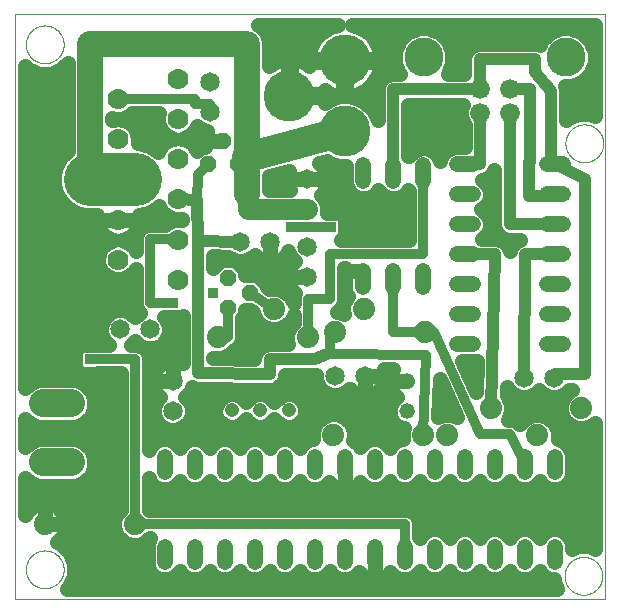
<source format=gbl>
G75*
%MOIN*%
%OFA0B0*%
%FSLAX25Y25*%
%IPPOS*%
%LPD*%
%AMOC8*
5,1,8,0,0,1.08239X$1,22.5*
%
%ADD10C,0.00000*%
%ADD11C,0.06500*%
%ADD12C,0.07000*%
%ADD13C,0.06600*%
%ADD14C,0.13000*%
%ADD15C,0.04756*%
%ADD16C,0.07400*%
%ADD17C,0.05200*%
%ADD18C,0.17000*%
%ADD19C,0.09370*%
%ADD20C,0.05200*%
%ADD21OC8,0.05200*%
%ADD22C,0.03200*%
%ADD23C,0.05000*%
%ADD24R,0.03562X0.03562*%
%ADD25C,0.04000*%
%ADD26C,0.08600*%
%ADD27C,0.10000*%
%ADD28C,0.17717*%
%ADD29C,0.07000*%
D10*
X0243500Y0183500D02*
X0243500Y0378461D01*
X0440350Y0378461D01*
X0440350Y0183500D01*
X0243500Y0183500D01*
X0247201Y0193500D02*
X0247203Y0193658D01*
X0247209Y0193816D01*
X0247219Y0193974D01*
X0247233Y0194132D01*
X0247251Y0194289D01*
X0247272Y0194446D01*
X0247298Y0194602D01*
X0247328Y0194758D01*
X0247361Y0194913D01*
X0247399Y0195066D01*
X0247440Y0195219D01*
X0247485Y0195371D01*
X0247534Y0195522D01*
X0247587Y0195671D01*
X0247643Y0195819D01*
X0247703Y0195965D01*
X0247767Y0196110D01*
X0247835Y0196253D01*
X0247906Y0196395D01*
X0247980Y0196535D01*
X0248058Y0196672D01*
X0248140Y0196808D01*
X0248224Y0196942D01*
X0248313Y0197073D01*
X0248404Y0197202D01*
X0248499Y0197329D01*
X0248596Y0197454D01*
X0248697Y0197576D01*
X0248801Y0197695D01*
X0248908Y0197812D01*
X0249018Y0197926D01*
X0249131Y0198037D01*
X0249246Y0198146D01*
X0249364Y0198251D01*
X0249485Y0198353D01*
X0249608Y0198453D01*
X0249734Y0198549D01*
X0249862Y0198642D01*
X0249992Y0198732D01*
X0250125Y0198818D01*
X0250260Y0198902D01*
X0250396Y0198981D01*
X0250535Y0199058D01*
X0250676Y0199130D01*
X0250818Y0199200D01*
X0250962Y0199265D01*
X0251108Y0199327D01*
X0251255Y0199385D01*
X0251404Y0199440D01*
X0251554Y0199491D01*
X0251705Y0199538D01*
X0251857Y0199581D01*
X0252010Y0199620D01*
X0252165Y0199656D01*
X0252320Y0199687D01*
X0252476Y0199715D01*
X0252632Y0199739D01*
X0252789Y0199759D01*
X0252947Y0199775D01*
X0253104Y0199787D01*
X0253263Y0199795D01*
X0253421Y0199799D01*
X0253579Y0199799D01*
X0253737Y0199795D01*
X0253896Y0199787D01*
X0254053Y0199775D01*
X0254211Y0199759D01*
X0254368Y0199739D01*
X0254524Y0199715D01*
X0254680Y0199687D01*
X0254835Y0199656D01*
X0254990Y0199620D01*
X0255143Y0199581D01*
X0255295Y0199538D01*
X0255446Y0199491D01*
X0255596Y0199440D01*
X0255745Y0199385D01*
X0255892Y0199327D01*
X0256038Y0199265D01*
X0256182Y0199200D01*
X0256324Y0199130D01*
X0256465Y0199058D01*
X0256604Y0198981D01*
X0256740Y0198902D01*
X0256875Y0198818D01*
X0257008Y0198732D01*
X0257138Y0198642D01*
X0257266Y0198549D01*
X0257392Y0198453D01*
X0257515Y0198353D01*
X0257636Y0198251D01*
X0257754Y0198146D01*
X0257869Y0198037D01*
X0257982Y0197926D01*
X0258092Y0197812D01*
X0258199Y0197695D01*
X0258303Y0197576D01*
X0258404Y0197454D01*
X0258501Y0197329D01*
X0258596Y0197202D01*
X0258687Y0197073D01*
X0258776Y0196942D01*
X0258860Y0196808D01*
X0258942Y0196672D01*
X0259020Y0196535D01*
X0259094Y0196395D01*
X0259165Y0196253D01*
X0259233Y0196110D01*
X0259297Y0195965D01*
X0259357Y0195819D01*
X0259413Y0195671D01*
X0259466Y0195522D01*
X0259515Y0195371D01*
X0259560Y0195219D01*
X0259601Y0195066D01*
X0259639Y0194913D01*
X0259672Y0194758D01*
X0259702Y0194602D01*
X0259728Y0194446D01*
X0259749Y0194289D01*
X0259767Y0194132D01*
X0259781Y0193974D01*
X0259791Y0193816D01*
X0259797Y0193658D01*
X0259799Y0193500D01*
X0259797Y0193342D01*
X0259791Y0193184D01*
X0259781Y0193026D01*
X0259767Y0192868D01*
X0259749Y0192711D01*
X0259728Y0192554D01*
X0259702Y0192398D01*
X0259672Y0192242D01*
X0259639Y0192087D01*
X0259601Y0191934D01*
X0259560Y0191781D01*
X0259515Y0191629D01*
X0259466Y0191478D01*
X0259413Y0191329D01*
X0259357Y0191181D01*
X0259297Y0191035D01*
X0259233Y0190890D01*
X0259165Y0190747D01*
X0259094Y0190605D01*
X0259020Y0190465D01*
X0258942Y0190328D01*
X0258860Y0190192D01*
X0258776Y0190058D01*
X0258687Y0189927D01*
X0258596Y0189798D01*
X0258501Y0189671D01*
X0258404Y0189546D01*
X0258303Y0189424D01*
X0258199Y0189305D01*
X0258092Y0189188D01*
X0257982Y0189074D01*
X0257869Y0188963D01*
X0257754Y0188854D01*
X0257636Y0188749D01*
X0257515Y0188647D01*
X0257392Y0188547D01*
X0257266Y0188451D01*
X0257138Y0188358D01*
X0257008Y0188268D01*
X0256875Y0188182D01*
X0256740Y0188098D01*
X0256604Y0188019D01*
X0256465Y0187942D01*
X0256324Y0187870D01*
X0256182Y0187800D01*
X0256038Y0187735D01*
X0255892Y0187673D01*
X0255745Y0187615D01*
X0255596Y0187560D01*
X0255446Y0187509D01*
X0255295Y0187462D01*
X0255143Y0187419D01*
X0254990Y0187380D01*
X0254835Y0187344D01*
X0254680Y0187313D01*
X0254524Y0187285D01*
X0254368Y0187261D01*
X0254211Y0187241D01*
X0254053Y0187225D01*
X0253896Y0187213D01*
X0253737Y0187205D01*
X0253579Y0187201D01*
X0253421Y0187201D01*
X0253263Y0187205D01*
X0253104Y0187213D01*
X0252947Y0187225D01*
X0252789Y0187241D01*
X0252632Y0187261D01*
X0252476Y0187285D01*
X0252320Y0187313D01*
X0252165Y0187344D01*
X0252010Y0187380D01*
X0251857Y0187419D01*
X0251705Y0187462D01*
X0251554Y0187509D01*
X0251404Y0187560D01*
X0251255Y0187615D01*
X0251108Y0187673D01*
X0250962Y0187735D01*
X0250818Y0187800D01*
X0250676Y0187870D01*
X0250535Y0187942D01*
X0250396Y0188019D01*
X0250260Y0188098D01*
X0250125Y0188182D01*
X0249992Y0188268D01*
X0249862Y0188358D01*
X0249734Y0188451D01*
X0249608Y0188547D01*
X0249485Y0188647D01*
X0249364Y0188749D01*
X0249246Y0188854D01*
X0249131Y0188963D01*
X0249018Y0189074D01*
X0248908Y0189188D01*
X0248801Y0189305D01*
X0248697Y0189424D01*
X0248596Y0189546D01*
X0248499Y0189671D01*
X0248404Y0189798D01*
X0248313Y0189927D01*
X0248224Y0190058D01*
X0248140Y0190192D01*
X0248058Y0190328D01*
X0247980Y0190465D01*
X0247906Y0190605D01*
X0247835Y0190747D01*
X0247767Y0190890D01*
X0247703Y0191035D01*
X0247643Y0191181D01*
X0247587Y0191329D01*
X0247534Y0191478D01*
X0247485Y0191629D01*
X0247440Y0191781D01*
X0247399Y0191934D01*
X0247361Y0192087D01*
X0247328Y0192242D01*
X0247298Y0192398D01*
X0247272Y0192554D01*
X0247251Y0192711D01*
X0247233Y0192868D01*
X0247219Y0193026D01*
X0247209Y0193184D01*
X0247203Y0193342D01*
X0247201Y0193500D01*
X0426754Y0191345D02*
X0426756Y0191503D01*
X0426762Y0191661D01*
X0426772Y0191819D01*
X0426786Y0191977D01*
X0426804Y0192134D01*
X0426825Y0192291D01*
X0426851Y0192447D01*
X0426881Y0192603D01*
X0426914Y0192758D01*
X0426952Y0192911D01*
X0426993Y0193064D01*
X0427038Y0193216D01*
X0427087Y0193367D01*
X0427140Y0193516D01*
X0427196Y0193664D01*
X0427256Y0193810D01*
X0427320Y0193955D01*
X0427388Y0194098D01*
X0427459Y0194240D01*
X0427533Y0194380D01*
X0427611Y0194517D01*
X0427693Y0194653D01*
X0427777Y0194787D01*
X0427866Y0194918D01*
X0427957Y0195047D01*
X0428052Y0195174D01*
X0428149Y0195299D01*
X0428250Y0195421D01*
X0428354Y0195540D01*
X0428461Y0195657D01*
X0428571Y0195771D01*
X0428684Y0195882D01*
X0428799Y0195991D01*
X0428917Y0196096D01*
X0429038Y0196198D01*
X0429161Y0196298D01*
X0429287Y0196394D01*
X0429415Y0196487D01*
X0429545Y0196577D01*
X0429678Y0196663D01*
X0429813Y0196747D01*
X0429949Y0196826D01*
X0430088Y0196903D01*
X0430229Y0196975D01*
X0430371Y0197045D01*
X0430515Y0197110D01*
X0430661Y0197172D01*
X0430808Y0197230D01*
X0430957Y0197285D01*
X0431107Y0197336D01*
X0431258Y0197383D01*
X0431410Y0197426D01*
X0431563Y0197465D01*
X0431718Y0197501D01*
X0431873Y0197532D01*
X0432029Y0197560D01*
X0432185Y0197584D01*
X0432342Y0197604D01*
X0432500Y0197620D01*
X0432657Y0197632D01*
X0432816Y0197640D01*
X0432974Y0197644D01*
X0433132Y0197644D01*
X0433290Y0197640D01*
X0433449Y0197632D01*
X0433606Y0197620D01*
X0433764Y0197604D01*
X0433921Y0197584D01*
X0434077Y0197560D01*
X0434233Y0197532D01*
X0434388Y0197501D01*
X0434543Y0197465D01*
X0434696Y0197426D01*
X0434848Y0197383D01*
X0434999Y0197336D01*
X0435149Y0197285D01*
X0435298Y0197230D01*
X0435445Y0197172D01*
X0435591Y0197110D01*
X0435735Y0197045D01*
X0435877Y0196975D01*
X0436018Y0196903D01*
X0436157Y0196826D01*
X0436293Y0196747D01*
X0436428Y0196663D01*
X0436561Y0196577D01*
X0436691Y0196487D01*
X0436819Y0196394D01*
X0436945Y0196298D01*
X0437068Y0196198D01*
X0437189Y0196096D01*
X0437307Y0195991D01*
X0437422Y0195882D01*
X0437535Y0195771D01*
X0437645Y0195657D01*
X0437752Y0195540D01*
X0437856Y0195421D01*
X0437957Y0195299D01*
X0438054Y0195174D01*
X0438149Y0195047D01*
X0438240Y0194918D01*
X0438329Y0194787D01*
X0438413Y0194653D01*
X0438495Y0194517D01*
X0438573Y0194380D01*
X0438647Y0194240D01*
X0438718Y0194098D01*
X0438786Y0193955D01*
X0438850Y0193810D01*
X0438910Y0193664D01*
X0438966Y0193516D01*
X0439019Y0193367D01*
X0439068Y0193216D01*
X0439113Y0193064D01*
X0439154Y0192911D01*
X0439192Y0192758D01*
X0439225Y0192603D01*
X0439255Y0192447D01*
X0439281Y0192291D01*
X0439302Y0192134D01*
X0439320Y0191977D01*
X0439334Y0191819D01*
X0439344Y0191661D01*
X0439350Y0191503D01*
X0439352Y0191345D01*
X0439350Y0191187D01*
X0439344Y0191029D01*
X0439334Y0190871D01*
X0439320Y0190713D01*
X0439302Y0190556D01*
X0439281Y0190399D01*
X0439255Y0190243D01*
X0439225Y0190087D01*
X0439192Y0189932D01*
X0439154Y0189779D01*
X0439113Y0189626D01*
X0439068Y0189474D01*
X0439019Y0189323D01*
X0438966Y0189174D01*
X0438910Y0189026D01*
X0438850Y0188880D01*
X0438786Y0188735D01*
X0438718Y0188592D01*
X0438647Y0188450D01*
X0438573Y0188310D01*
X0438495Y0188173D01*
X0438413Y0188037D01*
X0438329Y0187903D01*
X0438240Y0187772D01*
X0438149Y0187643D01*
X0438054Y0187516D01*
X0437957Y0187391D01*
X0437856Y0187269D01*
X0437752Y0187150D01*
X0437645Y0187033D01*
X0437535Y0186919D01*
X0437422Y0186808D01*
X0437307Y0186699D01*
X0437189Y0186594D01*
X0437068Y0186492D01*
X0436945Y0186392D01*
X0436819Y0186296D01*
X0436691Y0186203D01*
X0436561Y0186113D01*
X0436428Y0186027D01*
X0436293Y0185943D01*
X0436157Y0185864D01*
X0436018Y0185787D01*
X0435877Y0185715D01*
X0435735Y0185645D01*
X0435591Y0185580D01*
X0435445Y0185518D01*
X0435298Y0185460D01*
X0435149Y0185405D01*
X0434999Y0185354D01*
X0434848Y0185307D01*
X0434696Y0185264D01*
X0434543Y0185225D01*
X0434388Y0185189D01*
X0434233Y0185158D01*
X0434077Y0185130D01*
X0433921Y0185106D01*
X0433764Y0185086D01*
X0433606Y0185070D01*
X0433449Y0185058D01*
X0433290Y0185050D01*
X0433132Y0185046D01*
X0432974Y0185046D01*
X0432816Y0185050D01*
X0432657Y0185058D01*
X0432500Y0185070D01*
X0432342Y0185086D01*
X0432185Y0185106D01*
X0432029Y0185130D01*
X0431873Y0185158D01*
X0431718Y0185189D01*
X0431563Y0185225D01*
X0431410Y0185264D01*
X0431258Y0185307D01*
X0431107Y0185354D01*
X0430957Y0185405D01*
X0430808Y0185460D01*
X0430661Y0185518D01*
X0430515Y0185580D01*
X0430371Y0185645D01*
X0430229Y0185715D01*
X0430088Y0185787D01*
X0429949Y0185864D01*
X0429813Y0185943D01*
X0429678Y0186027D01*
X0429545Y0186113D01*
X0429415Y0186203D01*
X0429287Y0186296D01*
X0429161Y0186392D01*
X0429038Y0186492D01*
X0428917Y0186594D01*
X0428799Y0186699D01*
X0428684Y0186808D01*
X0428571Y0186919D01*
X0428461Y0187033D01*
X0428354Y0187150D01*
X0428250Y0187269D01*
X0428149Y0187391D01*
X0428052Y0187516D01*
X0427957Y0187643D01*
X0427866Y0187772D01*
X0427777Y0187903D01*
X0427693Y0188037D01*
X0427611Y0188173D01*
X0427533Y0188310D01*
X0427459Y0188450D01*
X0427388Y0188592D01*
X0427320Y0188735D01*
X0427256Y0188880D01*
X0427196Y0189026D01*
X0427140Y0189174D01*
X0427087Y0189323D01*
X0427038Y0189474D01*
X0426993Y0189626D01*
X0426952Y0189779D01*
X0426914Y0189932D01*
X0426881Y0190087D01*
X0426851Y0190243D01*
X0426825Y0190399D01*
X0426804Y0190556D01*
X0426786Y0190713D01*
X0426772Y0190871D01*
X0426762Y0191029D01*
X0426756Y0191187D01*
X0426754Y0191345D01*
X0427058Y0335517D02*
X0427060Y0335675D01*
X0427066Y0335833D01*
X0427076Y0335991D01*
X0427090Y0336149D01*
X0427108Y0336306D01*
X0427129Y0336463D01*
X0427155Y0336619D01*
X0427185Y0336775D01*
X0427218Y0336930D01*
X0427256Y0337083D01*
X0427297Y0337236D01*
X0427342Y0337388D01*
X0427391Y0337539D01*
X0427444Y0337688D01*
X0427500Y0337836D01*
X0427560Y0337982D01*
X0427624Y0338127D01*
X0427692Y0338270D01*
X0427763Y0338412D01*
X0427837Y0338552D01*
X0427915Y0338689D01*
X0427997Y0338825D01*
X0428081Y0338959D01*
X0428170Y0339090D01*
X0428261Y0339219D01*
X0428356Y0339346D01*
X0428453Y0339471D01*
X0428554Y0339593D01*
X0428658Y0339712D01*
X0428765Y0339829D01*
X0428875Y0339943D01*
X0428988Y0340054D01*
X0429103Y0340163D01*
X0429221Y0340268D01*
X0429342Y0340370D01*
X0429465Y0340470D01*
X0429591Y0340566D01*
X0429719Y0340659D01*
X0429849Y0340749D01*
X0429982Y0340835D01*
X0430117Y0340919D01*
X0430253Y0340998D01*
X0430392Y0341075D01*
X0430533Y0341147D01*
X0430675Y0341217D01*
X0430819Y0341282D01*
X0430965Y0341344D01*
X0431112Y0341402D01*
X0431261Y0341457D01*
X0431411Y0341508D01*
X0431562Y0341555D01*
X0431714Y0341598D01*
X0431867Y0341637D01*
X0432022Y0341673D01*
X0432177Y0341704D01*
X0432333Y0341732D01*
X0432489Y0341756D01*
X0432646Y0341776D01*
X0432804Y0341792D01*
X0432961Y0341804D01*
X0433120Y0341812D01*
X0433278Y0341816D01*
X0433436Y0341816D01*
X0433594Y0341812D01*
X0433753Y0341804D01*
X0433910Y0341792D01*
X0434068Y0341776D01*
X0434225Y0341756D01*
X0434381Y0341732D01*
X0434537Y0341704D01*
X0434692Y0341673D01*
X0434847Y0341637D01*
X0435000Y0341598D01*
X0435152Y0341555D01*
X0435303Y0341508D01*
X0435453Y0341457D01*
X0435602Y0341402D01*
X0435749Y0341344D01*
X0435895Y0341282D01*
X0436039Y0341217D01*
X0436181Y0341147D01*
X0436322Y0341075D01*
X0436461Y0340998D01*
X0436597Y0340919D01*
X0436732Y0340835D01*
X0436865Y0340749D01*
X0436995Y0340659D01*
X0437123Y0340566D01*
X0437249Y0340470D01*
X0437372Y0340370D01*
X0437493Y0340268D01*
X0437611Y0340163D01*
X0437726Y0340054D01*
X0437839Y0339943D01*
X0437949Y0339829D01*
X0438056Y0339712D01*
X0438160Y0339593D01*
X0438261Y0339471D01*
X0438358Y0339346D01*
X0438453Y0339219D01*
X0438544Y0339090D01*
X0438633Y0338959D01*
X0438717Y0338825D01*
X0438799Y0338689D01*
X0438877Y0338552D01*
X0438951Y0338412D01*
X0439022Y0338270D01*
X0439090Y0338127D01*
X0439154Y0337982D01*
X0439214Y0337836D01*
X0439270Y0337688D01*
X0439323Y0337539D01*
X0439372Y0337388D01*
X0439417Y0337236D01*
X0439458Y0337083D01*
X0439496Y0336930D01*
X0439529Y0336775D01*
X0439559Y0336619D01*
X0439585Y0336463D01*
X0439606Y0336306D01*
X0439624Y0336149D01*
X0439638Y0335991D01*
X0439648Y0335833D01*
X0439654Y0335675D01*
X0439656Y0335517D01*
X0439654Y0335359D01*
X0439648Y0335201D01*
X0439638Y0335043D01*
X0439624Y0334885D01*
X0439606Y0334728D01*
X0439585Y0334571D01*
X0439559Y0334415D01*
X0439529Y0334259D01*
X0439496Y0334104D01*
X0439458Y0333951D01*
X0439417Y0333798D01*
X0439372Y0333646D01*
X0439323Y0333495D01*
X0439270Y0333346D01*
X0439214Y0333198D01*
X0439154Y0333052D01*
X0439090Y0332907D01*
X0439022Y0332764D01*
X0438951Y0332622D01*
X0438877Y0332482D01*
X0438799Y0332345D01*
X0438717Y0332209D01*
X0438633Y0332075D01*
X0438544Y0331944D01*
X0438453Y0331815D01*
X0438358Y0331688D01*
X0438261Y0331563D01*
X0438160Y0331441D01*
X0438056Y0331322D01*
X0437949Y0331205D01*
X0437839Y0331091D01*
X0437726Y0330980D01*
X0437611Y0330871D01*
X0437493Y0330766D01*
X0437372Y0330664D01*
X0437249Y0330564D01*
X0437123Y0330468D01*
X0436995Y0330375D01*
X0436865Y0330285D01*
X0436732Y0330199D01*
X0436597Y0330115D01*
X0436461Y0330036D01*
X0436322Y0329959D01*
X0436181Y0329887D01*
X0436039Y0329817D01*
X0435895Y0329752D01*
X0435749Y0329690D01*
X0435602Y0329632D01*
X0435453Y0329577D01*
X0435303Y0329526D01*
X0435152Y0329479D01*
X0435000Y0329436D01*
X0434847Y0329397D01*
X0434692Y0329361D01*
X0434537Y0329330D01*
X0434381Y0329302D01*
X0434225Y0329278D01*
X0434068Y0329258D01*
X0433910Y0329242D01*
X0433753Y0329230D01*
X0433594Y0329222D01*
X0433436Y0329218D01*
X0433278Y0329218D01*
X0433120Y0329222D01*
X0432961Y0329230D01*
X0432804Y0329242D01*
X0432646Y0329258D01*
X0432489Y0329278D01*
X0432333Y0329302D01*
X0432177Y0329330D01*
X0432022Y0329361D01*
X0431867Y0329397D01*
X0431714Y0329436D01*
X0431562Y0329479D01*
X0431411Y0329526D01*
X0431261Y0329577D01*
X0431112Y0329632D01*
X0430965Y0329690D01*
X0430819Y0329752D01*
X0430675Y0329817D01*
X0430533Y0329887D01*
X0430392Y0329959D01*
X0430253Y0330036D01*
X0430117Y0330115D01*
X0429982Y0330199D01*
X0429849Y0330285D01*
X0429719Y0330375D01*
X0429591Y0330468D01*
X0429465Y0330564D01*
X0429342Y0330664D01*
X0429221Y0330766D01*
X0429103Y0330871D01*
X0428988Y0330980D01*
X0428875Y0331091D01*
X0428765Y0331205D01*
X0428658Y0331322D01*
X0428554Y0331441D01*
X0428453Y0331563D01*
X0428356Y0331688D01*
X0428261Y0331815D01*
X0428170Y0331944D01*
X0428081Y0332075D01*
X0427997Y0332209D01*
X0427915Y0332345D01*
X0427837Y0332482D01*
X0427763Y0332622D01*
X0427692Y0332764D01*
X0427624Y0332907D01*
X0427560Y0333052D01*
X0427500Y0333198D01*
X0427444Y0333346D01*
X0427391Y0333495D01*
X0427342Y0333646D01*
X0427297Y0333798D01*
X0427256Y0333951D01*
X0427218Y0334104D01*
X0427185Y0334259D01*
X0427155Y0334415D01*
X0427129Y0334571D01*
X0427108Y0334728D01*
X0427090Y0334885D01*
X0427076Y0335043D01*
X0427066Y0335201D01*
X0427060Y0335359D01*
X0427058Y0335517D01*
X0247201Y0368500D02*
X0247203Y0368658D01*
X0247209Y0368816D01*
X0247219Y0368974D01*
X0247233Y0369132D01*
X0247251Y0369289D01*
X0247272Y0369446D01*
X0247298Y0369602D01*
X0247328Y0369758D01*
X0247361Y0369913D01*
X0247399Y0370066D01*
X0247440Y0370219D01*
X0247485Y0370371D01*
X0247534Y0370522D01*
X0247587Y0370671D01*
X0247643Y0370819D01*
X0247703Y0370965D01*
X0247767Y0371110D01*
X0247835Y0371253D01*
X0247906Y0371395D01*
X0247980Y0371535D01*
X0248058Y0371672D01*
X0248140Y0371808D01*
X0248224Y0371942D01*
X0248313Y0372073D01*
X0248404Y0372202D01*
X0248499Y0372329D01*
X0248596Y0372454D01*
X0248697Y0372576D01*
X0248801Y0372695D01*
X0248908Y0372812D01*
X0249018Y0372926D01*
X0249131Y0373037D01*
X0249246Y0373146D01*
X0249364Y0373251D01*
X0249485Y0373353D01*
X0249608Y0373453D01*
X0249734Y0373549D01*
X0249862Y0373642D01*
X0249992Y0373732D01*
X0250125Y0373818D01*
X0250260Y0373902D01*
X0250396Y0373981D01*
X0250535Y0374058D01*
X0250676Y0374130D01*
X0250818Y0374200D01*
X0250962Y0374265D01*
X0251108Y0374327D01*
X0251255Y0374385D01*
X0251404Y0374440D01*
X0251554Y0374491D01*
X0251705Y0374538D01*
X0251857Y0374581D01*
X0252010Y0374620D01*
X0252165Y0374656D01*
X0252320Y0374687D01*
X0252476Y0374715D01*
X0252632Y0374739D01*
X0252789Y0374759D01*
X0252947Y0374775D01*
X0253104Y0374787D01*
X0253263Y0374795D01*
X0253421Y0374799D01*
X0253579Y0374799D01*
X0253737Y0374795D01*
X0253896Y0374787D01*
X0254053Y0374775D01*
X0254211Y0374759D01*
X0254368Y0374739D01*
X0254524Y0374715D01*
X0254680Y0374687D01*
X0254835Y0374656D01*
X0254990Y0374620D01*
X0255143Y0374581D01*
X0255295Y0374538D01*
X0255446Y0374491D01*
X0255596Y0374440D01*
X0255745Y0374385D01*
X0255892Y0374327D01*
X0256038Y0374265D01*
X0256182Y0374200D01*
X0256324Y0374130D01*
X0256465Y0374058D01*
X0256604Y0373981D01*
X0256740Y0373902D01*
X0256875Y0373818D01*
X0257008Y0373732D01*
X0257138Y0373642D01*
X0257266Y0373549D01*
X0257392Y0373453D01*
X0257515Y0373353D01*
X0257636Y0373251D01*
X0257754Y0373146D01*
X0257869Y0373037D01*
X0257982Y0372926D01*
X0258092Y0372812D01*
X0258199Y0372695D01*
X0258303Y0372576D01*
X0258404Y0372454D01*
X0258501Y0372329D01*
X0258596Y0372202D01*
X0258687Y0372073D01*
X0258776Y0371942D01*
X0258860Y0371808D01*
X0258942Y0371672D01*
X0259020Y0371535D01*
X0259094Y0371395D01*
X0259165Y0371253D01*
X0259233Y0371110D01*
X0259297Y0370965D01*
X0259357Y0370819D01*
X0259413Y0370671D01*
X0259466Y0370522D01*
X0259515Y0370371D01*
X0259560Y0370219D01*
X0259601Y0370066D01*
X0259639Y0369913D01*
X0259672Y0369758D01*
X0259702Y0369602D01*
X0259728Y0369446D01*
X0259749Y0369289D01*
X0259767Y0369132D01*
X0259781Y0368974D01*
X0259791Y0368816D01*
X0259797Y0368658D01*
X0259799Y0368500D01*
X0259797Y0368342D01*
X0259791Y0368184D01*
X0259781Y0368026D01*
X0259767Y0367868D01*
X0259749Y0367711D01*
X0259728Y0367554D01*
X0259702Y0367398D01*
X0259672Y0367242D01*
X0259639Y0367087D01*
X0259601Y0366934D01*
X0259560Y0366781D01*
X0259515Y0366629D01*
X0259466Y0366478D01*
X0259413Y0366329D01*
X0259357Y0366181D01*
X0259297Y0366035D01*
X0259233Y0365890D01*
X0259165Y0365747D01*
X0259094Y0365605D01*
X0259020Y0365465D01*
X0258942Y0365328D01*
X0258860Y0365192D01*
X0258776Y0365058D01*
X0258687Y0364927D01*
X0258596Y0364798D01*
X0258501Y0364671D01*
X0258404Y0364546D01*
X0258303Y0364424D01*
X0258199Y0364305D01*
X0258092Y0364188D01*
X0257982Y0364074D01*
X0257869Y0363963D01*
X0257754Y0363854D01*
X0257636Y0363749D01*
X0257515Y0363647D01*
X0257392Y0363547D01*
X0257266Y0363451D01*
X0257138Y0363358D01*
X0257008Y0363268D01*
X0256875Y0363182D01*
X0256740Y0363098D01*
X0256604Y0363019D01*
X0256465Y0362942D01*
X0256324Y0362870D01*
X0256182Y0362800D01*
X0256038Y0362735D01*
X0255892Y0362673D01*
X0255745Y0362615D01*
X0255596Y0362560D01*
X0255446Y0362509D01*
X0255295Y0362462D01*
X0255143Y0362419D01*
X0254990Y0362380D01*
X0254835Y0362344D01*
X0254680Y0362313D01*
X0254524Y0362285D01*
X0254368Y0362261D01*
X0254211Y0362241D01*
X0254053Y0362225D01*
X0253896Y0362213D01*
X0253737Y0362205D01*
X0253579Y0362201D01*
X0253421Y0362201D01*
X0253263Y0362205D01*
X0253104Y0362213D01*
X0252947Y0362225D01*
X0252789Y0362241D01*
X0252632Y0362261D01*
X0252476Y0362285D01*
X0252320Y0362313D01*
X0252165Y0362344D01*
X0252010Y0362380D01*
X0251857Y0362419D01*
X0251705Y0362462D01*
X0251554Y0362509D01*
X0251404Y0362560D01*
X0251255Y0362615D01*
X0251108Y0362673D01*
X0250962Y0362735D01*
X0250818Y0362800D01*
X0250676Y0362870D01*
X0250535Y0362942D01*
X0250396Y0363019D01*
X0250260Y0363098D01*
X0250125Y0363182D01*
X0249992Y0363268D01*
X0249862Y0363358D01*
X0249734Y0363451D01*
X0249608Y0363547D01*
X0249485Y0363647D01*
X0249364Y0363749D01*
X0249246Y0363854D01*
X0249131Y0363963D01*
X0249018Y0364074D01*
X0248908Y0364188D01*
X0248801Y0364305D01*
X0248697Y0364424D01*
X0248596Y0364546D01*
X0248499Y0364671D01*
X0248404Y0364798D01*
X0248313Y0364927D01*
X0248224Y0365058D01*
X0248140Y0365192D01*
X0248058Y0365328D01*
X0247980Y0365465D01*
X0247906Y0365605D01*
X0247835Y0365747D01*
X0247767Y0365890D01*
X0247703Y0366035D01*
X0247643Y0366181D01*
X0247587Y0366329D01*
X0247534Y0366478D01*
X0247485Y0366629D01*
X0247440Y0366781D01*
X0247399Y0366934D01*
X0247361Y0367087D01*
X0247328Y0367242D01*
X0247298Y0367398D01*
X0247272Y0367554D01*
X0247251Y0367711D01*
X0247233Y0367868D01*
X0247219Y0368026D01*
X0247209Y0368184D01*
X0247203Y0368342D01*
X0247201Y0368500D01*
D11*
X0308500Y0356000D03*
X0308500Y0346000D03*
X0341000Y0323500D03*
X0341000Y0313500D03*
X0341000Y0301000D03*
X0341000Y0291000D03*
X0328710Y0302684D03*
X0318710Y0302684D03*
X0288500Y0273500D03*
X0278500Y0273500D03*
X0296141Y0256327D03*
X0296141Y0246327D03*
X0350268Y0257936D03*
X0360268Y0257936D03*
X0413159Y0257366D03*
X0423159Y0257366D03*
D12*
X0297890Y0290035D03*
X0297890Y0303421D03*
X0297890Y0316807D03*
X0297890Y0330193D03*
X0297890Y0343579D03*
X0297890Y0356965D03*
X0277890Y0350272D03*
X0277890Y0336886D03*
X0277890Y0323500D03*
X0277890Y0310114D03*
X0277890Y0296728D03*
D13*
X0398579Y0345700D03*
X0398579Y0353500D03*
X0408421Y0353500D03*
X0408421Y0345700D03*
D14*
X0427200Y0364200D03*
X0379800Y0364200D03*
D15*
X0334858Y0246463D03*
X0325252Y0246463D03*
X0315858Y0246463D03*
D16*
X0311147Y0270835D03*
X0329865Y0280304D03*
X0341147Y0270835D03*
X0350320Y0272561D03*
X0359865Y0280304D03*
X0380320Y0272561D03*
X0402271Y0247270D03*
X0387682Y0238158D03*
X0379651Y0238349D03*
X0349651Y0238349D03*
X0283500Y0208500D03*
X0253500Y0208500D03*
X0417682Y0238158D03*
X0432271Y0247270D03*
D17*
X0423500Y0231100D02*
X0423500Y0225900D01*
X0413500Y0225900D02*
X0413500Y0231100D01*
X0403500Y0231100D02*
X0403500Y0225900D01*
X0393500Y0225900D02*
X0393500Y0231100D01*
X0383500Y0231100D02*
X0383500Y0225900D01*
X0373500Y0225900D02*
X0373500Y0231100D01*
X0363500Y0231100D02*
X0363500Y0225900D01*
X0353500Y0225900D02*
X0353500Y0231100D01*
X0343500Y0231100D02*
X0343500Y0225900D01*
X0333500Y0225900D02*
X0333500Y0231100D01*
X0323500Y0231100D02*
X0323500Y0225900D01*
X0313500Y0225900D02*
X0313500Y0231100D01*
X0303500Y0231100D02*
X0303500Y0225900D01*
X0293500Y0225900D02*
X0293500Y0231100D01*
X0293500Y0201100D02*
X0293500Y0195900D01*
X0303500Y0195900D02*
X0303500Y0201100D01*
X0313500Y0201100D02*
X0313500Y0195900D01*
X0323500Y0195900D02*
X0323500Y0201100D01*
X0333500Y0201100D02*
X0333500Y0195900D01*
X0343500Y0195900D02*
X0343500Y0201100D01*
X0353500Y0201100D02*
X0353500Y0195900D01*
X0363500Y0195900D02*
X0363500Y0201100D01*
X0373500Y0201100D02*
X0373500Y0195900D01*
X0383500Y0195900D02*
X0383500Y0201100D01*
X0393500Y0201100D02*
X0393500Y0195900D01*
X0403500Y0195900D02*
X0403500Y0201100D01*
X0413500Y0201100D02*
X0413500Y0195900D01*
X0423500Y0195900D02*
X0423500Y0201100D01*
X0420900Y0268500D02*
X0426100Y0268500D01*
X0426100Y0278500D02*
X0420900Y0278500D01*
X0420900Y0288500D02*
X0426100Y0288500D01*
X0426100Y0298500D02*
X0420900Y0298500D01*
X0420900Y0308500D02*
X0426100Y0308500D01*
X0426100Y0318500D02*
X0420900Y0318500D01*
X0420900Y0328500D02*
X0426100Y0328500D01*
X0396100Y0328500D02*
X0390900Y0328500D01*
X0390900Y0318500D02*
X0396100Y0318500D01*
X0396100Y0308500D02*
X0390900Y0308500D01*
X0390900Y0298500D02*
X0396100Y0298500D01*
X0396100Y0288500D02*
X0390900Y0288500D01*
X0390900Y0278500D02*
X0396100Y0278500D01*
X0396100Y0268500D02*
X0390900Y0268500D01*
X0379634Y0287731D02*
X0379634Y0292931D01*
X0369634Y0292931D02*
X0369634Y0287731D01*
X0359634Y0287731D02*
X0359634Y0292931D01*
X0359634Y0322931D02*
X0359634Y0328131D01*
X0369634Y0328131D02*
X0369634Y0322931D01*
X0379634Y0322931D02*
X0379634Y0328131D01*
D18*
X0353500Y0339563D03*
X0334996Y0351374D03*
X0353500Y0363185D03*
D19*
X0262223Y0248836D02*
X0252853Y0248836D01*
X0252853Y0229151D02*
X0262223Y0229151D01*
D20*
X0374120Y0246215D03*
X0374120Y0256215D03*
D21*
X0321951Y0285768D03*
X0314451Y0290768D03*
X0314451Y0280768D03*
X0317919Y0328710D03*
X0312919Y0336210D03*
X0307919Y0328710D03*
D22*
X0304678Y0324832D01*
X0304402Y0316636D01*
X0297890Y0303500D02*
X0297890Y0303421D01*
X0297890Y0303500D02*
X0288500Y0303500D01*
X0288500Y0282373D01*
X0296133Y0282373D01*
X0311147Y0270835D02*
X0314451Y0270835D01*
X0314451Y0280768D01*
X0321951Y0285768D02*
X0329865Y0280304D01*
X0341147Y0283500D02*
X0341147Y0270835D01*
X0348481Y0272561D02*
X0348481Y0265249D01*
X0380739Y0265058D01*
X0379651Y0238349D01*
X0398500Y0238500D02*
X0383214Y0272457D01*
X0380320Y0272561D01*
X0369634Y0272561D01*
X0369634Y0292931D01*
X0379634Y0298500D02*
X0348500Y0298500D01*
X0348500Y0283500D01*
X0341147Y0283500D01*
X0348481Y0272561D02*
X0350320Y0272561D01*
X0348481Y0265249D02*
X0347427Y0265256D01*
X0379634Y0298500D02*
X0379634Y0322931D01*
X0348750Y0307515D02*
X0335415Y0307515D01*
X0323954Y0328767D02*
X0317919Y0328710D01*
X0323954Y0328767D02*
X0323954Y0331778D01*
X0308500Y0346000D02*
X0308500Y0348500D01*
X0303500Y0348500D01*
X0303500Y0350272D01*
X0277890Y0350272D01*
X0283500Y0263500D02*
X0268500Y0263500D01*
X0283500Y0263500D02*
X0283500Y0208500D01*
X0373500Y0208500D01*
X0373500Y0198500D01*
X0413500Y0228500D02*
X0408500Y0238500D01*
X0398500Y0238500D01*
D23*
X0390761Y0244242D02*
X0389034Y0244958D01*
X0386329Y0244958D01*
X0384595Y0244239D01*
X0385107Y0256802D01*
X0390761Y0244242D01*
X0388869Y0248445D02*
X0384766Y0248445D01*
X0384970Y0253443D02*
X0386619Y0253443D01*
X0394677Y0258442D02*
X0397438Y0258442D01*
X0397234Y0262800D02*
X0392716Y0262800D01*
X0397298Y0252620D01*
X0397545Y0262929D01*
X0397234Y0262800D01*
X0397318Y0253443D02*
X0396927Y0253443D01*
X0407520Y0253443D02*
X0408101Y0253443D01*
X0407775Y0253769D02*
X0407542Y0254333D01*
X0407478Y0251680D01*
X0408036Y0251122D01*
X0409071Y0248623D01*
X0409071Y0245918D01*
X0408036Y0243418D01*
X0407817Y0243200D01*
X0408333Y0243200D01*
X0409099Y0243254D01*
X0409263Y0243200D01*
X0409435Y0243200D01*
X0410144Y0242906D01*
X0410873Y0242663D01*
X0411003Y0242550D01*
X0411162Y0242484D01*
X0411705Y0241941D01*
X0411840Y0241825D01*
X0411917Y0242010D01*
X0413830Y0243922D01*
X0416329Y0244958D01*
X0419034Y0244958D01*
X0421533Y0243922D01*
X0423446Y0242010D01*
X0424482Y0239510D01*
X0424482Y0236805D01*
X0424479Y0236800D01*
X0424634Y0236800D01*
X0426729Y0235932D01*
X0428332Y0234329D01*
X0429200Y0232234D01*
X0429200Y0224766D01*
X0428332Y0222671D01*
X0426729Y0221068D01*
X0424634Y0220200D01*
X0422366Y0220200D01*
X0420271Y0221068D01*
X0418668Y0222671D01*
X0418500Y0223076D01*
X0418332Y0222671D01*
X0416729Y0221068D01*
X0414634Y0220200D01*
X0412366Y0220200D01*
X0410271Y0221068D01*
X0408668Y0222671D01*
X0408500Y0223076D01*
X0408332Y0222671D01*
X0406729Y0221068D01*
X0404634Y0220200D01*
X0402366Y0220200D01*
X0400271Y0221068D01*
X0398668Y0222671D01*
X0398500Y0223076D01*
X0398332Y0222671D01*
X0396729Y0221068D01*
X0394634Y0220200D01*
X0392366Y0220200D01*
X0390271Y0221068D01*
X0388668Y0222671D01*
X0388500Y0223076D01*
X0388332Y0222671D01*
X0386729Y0221068D01*
X0384634Y0220200D01*
X0382366Y0220200D01*
X0380271Y0221068D01*
X0378668Y0222671D01*
X0378500Y0223076D01*
X0378332Y0222671D01*
X0376729Y0221068D01*
X0374634Y0220200D01*
X0372366Y0220200D01*
X0370271Y0221068D01*
X0368668Y0222671D01*
X0368500Y0223076D01*
X0368332Y0222671D01*
X0366729Y0221068D01*
X0364634Y0220200D01*
X0362366Y0220200D01*
X0360271Y0221068D01*
X0358683Y0222656D01*
X0358153Y0221926D01*
X0357474Y0221247D01*
X0356697Y0220683D01*
X0355842Y0220247D01*
X0354928Y0219950D01*
X0353980Y0219800D01*
X0353500Y0219800D01*
X0353500Y0228500D01*
X0353500Y0228500D01*
X0353500Y0219800D01*
X0353020Y0219800D01*
X0352072Y0219950D01*
X0351158Y0220247D01*
X0350303Y0220683D01*
X0349526Y0221247D01*
X0348847Y0221926D01*
X0348317Y0222656D01*
X0346729Y0221068D01*
X0344634Y0220200D01*
X0342366Y0220200D01*
X0340271Y0221068D01*
X0338668Y0222671D01*
X0338500Y0223076D01*
X0338332Y0222671D01*
X0336729Y0221068D01*
X0334634Y0220200D01*
X0332366Y0220200D01*
X0330271Y0221068D01*
X0328668Y0222671D01*
X0328500Y0223076D01*
X0328332Y0222671D01*
X0326729Y0221068D01*
X0324634Y0220200D01*
X0322366Y0220200D01*
X0320271Y0221068D01*
X0318668Y0222671D01*
X0318500Y0223076D01*
X0318332Y0222671D01*
X0316729Y0221068D01*
X0314634Y0220200D01*
X0312366Y0220200D01*
X0310271Y0221068D01*
X0308668Y0222671D01*
X0308500Y0223076D01*
X0308332Y0222671D01*
X0306729Y0221068D01*
X0304634Y0220200D01*
X0302366Y0220200D01*
X0300271Y0221068D01*
X0298668Y0222671D01*
X0298500Y0223076D01*
X0298332Y0222671D01*
X0296729Y0221068D01*
X0294634Y0220200D01*
X0292366Y0220200D01*
X0290271Y0221068D01*
X0288668Y0222671D01*
X0288200Y0223801D01*
X0288200Y0213417D01*
X0288417Y0213200D01*
X0374435Y0213200D01*
X0376162Y0212484D01*
X0377484Y0211162D01*
X0378200Y0209435D01*
X0378200Y0204461D01*
X0378332Y0204329D01*
X0378500Y0203924D01*
X0378668Y0204329D01*
X0380271Y0205932D01*
X0382366Y0206800D01*
X0384634Y0206800D01*
X0386729Y0205932D01*
X0388332Y0204329D01*
X0388500Y0203924D01*
X0388668Y0204329D01*
X0390271Y0205932D01*
X0392366Y0206800D01*
X0394634Y0206800D01*
X0396729Y0205932D01*
X0398332Y0204329D01*
X0398500Y0203924D01*
X0398668Y0204329D01*
X0400271Y0205932D01*
X0402366Y0206800D01*
X0404634Y0206800D01*
X0406729Y0205932D01*
X0408332Y0204329D01*
X0408500Y0203924D01*
X0408668Y0204329D01*
X0410271Y0205932D01*
X0412366Y0206800D01*
X0414634Y0206800D01*
X0416729Y0205932D01*
X0418332Y0204329D01*
X0418500Y0203924D01*
X0418668Y0204329D01*
X0420271Y0205932D01*
X0422366Y0206800D01*
X0424634Y0206800D01*
X0426729Y0205932D01*
X0428332Y0204329D01*
X0429200Y0202234D01*
X0429200Y0200355D01*
X0431104Y0201144D01*
X0435002Y0201144D01*
X0436850Y0200379D01*
X0436850Y0242233D01*
X0436123Y0241506D01*
X0433624Y0240470D01*
X0430918Y0240470D01*
X0428419Y0241506D01*
X0426506Y0243418D01*
X0425471Y0245918D01*
X0425471Y0248623D01*
X0426506Y0251122D01*
X0428419Y0253035D01*
X0429300Y0253400D01*
X0428173Y0253400D01*
X0426756Y0251983D01*
X0424422Y0251016D01*
X0421895Y0251016D01*
X0419562Y0251983D01*
X0418159Y0253386D01*
X0416756Y0251983D01*
X0414422Y0251016D01*
X0411895Y0251016D01*
X0409562Y0251983D01*
X0407775Y0253769D01*
X0409071Y0248445D02*
X0425471Y0248445D01*
X0426495Y0243446D02*
X0422009Y0243446D01*
X0424482Y0238448D02*
X0436850Y0238448D01*
X0436850Y0233449D02*
X0428696Y0233449D01*
X0429200Y0228451D02*
X0436850Y0228451D01*
X0436850Y0223452D02*
X0428656Y0223452D01*
X0436850Y0218454D02*
X0288200Y0218454D01*
X0288200Y0223452D02*
X0288344Y0223452D01*
X0278800Y0223452D02*
X0267535Y0223452D01*
X0266633Y0222551D02*
X0268823Y0224741D01*
X0270008Y0227602D01*
X0270008Y0230699D01*
X0268823Y0233560D01*
X0266633Y0235750D01*
X0263772Y0236936D01*
X0251305Y0236936D01*
X0248443Y0235750D01*
X0247000Y0234307D01*
X0247000Y0243679D01*
X0248443Y0242236D01*
X0251305Y0241051D01*
X0263772Y0241051D01*
X0266633Y0242236D01*
X0268823Y0244426D01*
X0270008Y0247287D01*
X0270008Y0250384D01*
X0268823Y0253245D01*
X0266633Y0255435D01*
X0263772Y0256621D01*
X0251305Y0256621D01*
X0248443Y0255435D01*
X0247000Y0253992D01*
X0247000Y0361142D01*
X0247949Y0360193D01*
X0251551Y0358701D01*
X0255449Y0358701D01*
X0259051Y0360193D01*
X0261100Y0362242D01*
X0261100Y0333012D01*
X0258931Y0330843D01*
X0257357Y0328116D01*
X0256542Y0325074D01*
X0256542Y0321926D01*
X0257357Y0318884D01*
X0258931Y0316157D01*
X0261157Y0313931D01*
X0263884Y0312357D01*
X0266926Y0311542D01*
X0271025Y0311542D01*
X0271010Y0311483D01*
X0270890Y0310573D01*
X0270890Y0310114D01*
X0270890Y0309655D01*
X0271010Y0308746D01*
X0271247Y0307859D01*
X0271598Y0307012D01*
X0272057Y0306217D01*
X0272616Y0305489D01*
X0273264Y0304840D01*
X0273992Y0304281D01*
X0274787Y0303823D01*
X0275635Y0303471D01*
X0276417Y0303262D01*
X0274151Y0302324D01*
X0272295Y0300467D01*
X0271290Y0298041D01*
X0271290Y0295416D01*
X0272295Y0292990D01*
X0274151Y0291133D01*
X0276577Y0290128D01*
X0279203Y0290128D01*
X0281628Y0291133D01*
X0283485Y0292990D01*
X0283800Y0293750D01*
X0283800Y0281438D01*
X0284516Y0279711D01*
X0285214Y0279012D01*
X0284903Y0278883D01*
X0283500Y0277480D01*
X0282097Y0278883D01*
X0279763Y0279850D01*
X0277237Y0279850D01*
X0274903Y0278883D01*
X0273117Y0277097D01*
X0272150Y0274763D01*
X0272150Y0272237D01*
X0273117Y0269903D01*
X0274820Y0268200D01*
X0271335Y0268200D01*
X0270898Y0268381D01*
X0266102Y0268381D01*
X0264963Y0267909D01*
X0264091Y0267037D01*
X0263619Y0265898D01*
X0263619Y0261102D01*
X0264091Y0259963D01*
X0264963Y0259091D01*
X0266102Y0258619D01*
X0270898Y0258619D01*
X0271335Y0258800D01*
X0278800Y0258800D01*
X0278800Y0213417D01*
X0277735Y0212352D01*
X0276700Y0209853D01*
X0276700Y0207147D01*
X0277735Y0204648D01*
X0279648Y0202735D01*
X0282147Y0201700D01*
X0284853Y0201700D01*
X0287352Y0202735D01*
X0288417Y0203800D01*
X0288449Y0203800D01*
X0287800Y0202234D01*
X0287800Y0194766D01*
X0288668Y0192671D01*
X0290271Y0191068D01*
X0292366Y0190200D01*
X0294634Y0190200D01*
X0296729Y0191068D01*
X0298332Y0192671D01*
X0298500Y0193076D01*
X0298668Y0192671D01*
X0300271Y0191068D01*
X0302366Y0190200D01*
X0304634Y0190200D01*
X0306729Y0191068D01*
X0308332Y0192671D01*
X0308500Y0193076D01*
X0308668Y0192671D01*
X0310271Y0191068D01*
X0312366Y0190200D01*
X0314634Y0190200D01*
X0316729Y0191068D01*
X0318332Y0192671D01*
X0318500Y0193076D01*
X0318668Y0192671D01*
X0320271Y0191068D01*
X0322366Y0190200D01*
X0324634Y0190200D01*
X0326729Y0191068D01*
X0328332Y0192671D01*
X0328500Y0193076D01*
X0328668Y0192671D01*
X0330271Y0191068D01*
X0332366Y0190200D01*
X0334634Y0190200D01*
X0336729Y0191068D01*
X0338332Y0192671D01*
X0338500Y0193076D01*
X0338668Y0192671D01*
X0340271Y0191068D01*
X0342366Y0190200D01*
X0344634Y0190200D01*
X0346729Y0191068D01*
X0348332Y0192671D01*
X0348500Y0193076D01*
X0348668Y0192671D01*
X0350271Y0191068D01*
X0352366Y0190200D01*
X0354634Y0190200D01*
X0356729Y0191068D01*
X0358317Y0192656D01*
X0358847Y0191926D01*
X0359526Y0191247D01*
X0360303Y0190683D01*
X0361158Y0190247D01*
X0362072Y0189950D01*
X0363020Y0189800D01*
X0363500Y0189800D01*
X0363980Y0189800D01*
X0364928Y0189950D01*
X0365842Y0190247D01*
X0366697Y0190683D01*
X0367474Y0191247D01*
X0368153Y0191926D01*
X0368683Y0192656D01*
X0370271Y0191068D01*
X0372366Y0190200D01*
X0374634Y0190200D01*
X0376729Y0191068D01*
X0378332Y0192671D01*
X0378500Y0193076D01*
X0378668Y0192671D01*
X0380271Y0191068D01*
X0382366Y0190200D01*
X0384634Y0190200D01*
X0386729Y0191068D01*
X0388332Y0192671D01*
X0388500Y0193076D01*
X0388668Y0192671D01*
X0390271Y0191068D01*
X0392366Y0190200D01*
X0394634Y0190200D01*
X0396729Y0191068D01*
X0398332Y0192671D01*
X0398500Y0193076D01*
X0398668Y0192671D01*
X0400271Y0191068D01*
X0402366Y0190200D01*
X0404634Y0190200D01*
X0406729Y0191068D01*
X0408332Y0192671D01*
X0408500Y0193076D01*
X0408668Y0192671D01*
X0410271Y0191068D01*
X0412366Y0190200D01*
X0414634Y0190200D01*
X0416729Y0191068D01*
X0418332Y0192671D01*
X0418500Y0193076D01*
X0418668Y0192671D01*
X0420271Y0191068D01*
X0422366Y0190200D01*
X0423254Y0190200D01*
X0423254Y0189396D01*
X0424246Y0187000D01*
X0260858Y0187000D01*
X0261807Y0187949D01*
X0263299Y0191551D01*
X0263299Y0195449D01*
X0261807Y0199051D01*
X0259051Y0201807D01*
X0257454Y0202469D01*
X0257509Y0202501D01*
X0258257Y0203075D01*
X0258925Y0203743D01*
X0259499Y0204491D01*
X0259971Y0205309D01*
X0260333Y0206181D01*
X0260577Y0207092D01*
X0260700Y0208028D01*
X0260700Y0208500D01*
X0260700Y0208972D01*
X0260577Y0209908D01*
X0260333Y0210819D01*
X0259971Y0211691D01*
X0259499Y0212509D01*
X0258925Y0213257D01*
X0258257Y0213925D01*
X0257509Y0214499D01*
X0256691Y0214971D01*
X0255819Y0215333D01*
X0254908Y0215577D01*
X0253972Y0215700D01*
X0253500Y0215700D01*
X0253500Y0208500D01*
X0253500Y0208500D01*
X0260700Y0208500D01*
X0253500Y0208500D01*
X0253500Y0208500D01*
X0253500Y0215700D01*
X0253028Y0215700D01*
X0252092Y0215577D01*
X0251181Y0215333D01*
X0250309Y0214971D01*
X0249491Y0214499D01*
X0248743Y0213925D01*
X0248075Y0213257D01*
X0247501Y0212509D01*
X0247029Y0211691D01*
X0247000Y0211622D01*
X0247000Y0223994D01*
X0248443Y0222551D01*
X0251305Y0221366D01*
X0263772Y0221366D01*
X0266633Y0222551D01*
X0270008Y0228451D02*
X0278800Y0228451D01*
X0278800Y0233449D02*
X0268869Y0233449D01*
X0278800Y0238448D02*
X0247000Y0238448D01*
X0247000Y0243446D02*
X0247233Y0243446D01*
X0247000Y0258442D02*
X0278800Y0258442D01*
X0278800Y0253443D02*
X0268625Y0253443D01*
X0270008Y0248445D02*
X0278800Y0248445D01*
X0278800Y0243446D02*
X0267844Y0243446D01*
X0288200Y0243446D02*
X0290461Y0243446D01*
X0290758Y0242730D02*
X0292544Y0240943D01*
X0294878Y0239977D01*
X0297404Y0239977D01*
X0299738Y0240943D01*
X0301524Y0242730D01*
X0302491Y0245064D01*
X0302491Y0247590D01*
X0301524Y0249924D01*
X0300378Y0251070D01*
X0300601Y0251241D01*
X0301227Y0251867D01*
X0301766Y0252569D01*
X0302208Y0253335D01*
X0302547Y0254152D01*
X0302549Y0254160D01*
X0302588Y0254144D01*
X0303486Y0253756D01*
X0303524Y0253756D01*
X0303559Y0253741D01*
X0304537Y0253741D01*
X0327451Y0253414D01*
X0327486Y0253400D01*
X0328463Y0253400D01*
X0329442Y0253386D01*
X0329477Y0253400D01*
X0329514Y0253400D01*
X0330418Y0253774D01*
X0331327Y0254136D01*
X0331354Y0254162D01*
X0331389Y0254176D01*
X0332081Y0254868D01*
X0332782Y0255550D01*
X0332797Y0255584D01*
X0332824Y0255611D01*
X0333198Y0256515D01*
X0333585Y0257413D01*
X0333586Y0257451D01*
X0333600Y0257486D01*
X0333600Y0258400D01*
X0342559Y0258400D01*
X0342627Y0258374D01*
X0343571Y0258400D01*
X0343918Y0258400D01*
X0343918Y0256673D01*
X0344884Y0254339D01*
X0346671Y0252552D01*
X0349005Y0251586D01*
X0351531Y0251586D01*
X0353865Y0252552D01*
X0355011Y0253698D01*
X0355182Y0253476D01*
X0355808Y0252850D01*
X0356510Y0252311D01*
X0357276Y0251869D01*
X0358093Y0251530D01*
X0358948Y0251301D01*
X0359825Y0251186D01*
X0360268Y0251186D01*
X0360710Y0251186D01*
X0361587Y0251301D01*
X0362442Y0251530D01*
X0363260Y0251869D01*
X0364026Y0252311D01*
X0364728Y0252850D01*
X0365353Y0253476D01*
X0365892Y0254177D01*
X0366335Y0254944D01*
X0366673Y0255761D01*
X0366902Y0256616D01*
X0367018Y0257493D01*
X0367018Y0257936D01*
X0367018Y0258378D01*
X0366902Y0259255D01*
X0366673Y0260110D01*
X0366536Y0260442D01*
X0369702Y0260423D01*
X0369468Y0260188D01*
X0368903Y0259412D01*
X0368467Y0258556D01*
X0368171Y0257643D01*
X0368020Y0256695D01*
X0368020Y0256215D01*
X0374120Y0256215D01*
X0374120Y0256215D01*
X0368020Y0256215D01*
X0368020Y0255735D01*
X0368171Y0254786D01*
X0368467Y0253873D01*
X0368903Y0253017D01*
X0369468Y0252241D01*
X0370147Y0251562D01*
X0370876Y0251032D01*
X0369288Y0249443D01*
X0368420Y0247348D01*
X0368420Y0245081D01*
X0369288Y0242986D01*
X0370892Y0241382D01*
X0372987Y0240515D01*
X0373187Y0240515D01*
X0372851Y0239702D01*
X0372851Y0236997D01*
X0372932Y0236800D01*
X0372366Y0236800D01*
X0370271Y0235932D01*
X0368668Y0234329D01*
X0368500Y0233924D01*
X0368332Y0234329D01*
X0366729Y0235932D01*
X0364634Y0236800D01*
X0362366Y0236800D01*
X0360271Y0235932D01*
X0358683Y0234344D01*
X0358153Y0235074D01*
X0357474Y0235753D01*
X0356697Y0236317D01*
X0356261Y0236539D01*
X0356451Y0236997D01*
X0356451Y0239702D01*
X0355415Y0242201D01*
X0353503Y0244114D01*
X0351003Y0245149D01*
X0348298Y0245149D01*
X0345799Y0244114D01*
X0343886Y0242201D01*
X0342851Y0239702D01*
X0342851Y0236997D01*
X0342932Y0236800D01*
X0342366Y0236800D01*
X0340271Y0235932D01*
X0338668Y0234329D01*
X0338500Y0233924D01*
X0338332Y0234329D01*
X0336729Y0235932D01*
X0334634Y0236800D01*
X0332366Y0236800D01*
X0330271Y0235932D01*
X0328668Y0234329D01*
X0328500Y0233924D01*
X0328332Y0234329D01*
X0326729Y0235932D01*
X0324634Y0236800D01*
X0322366Y0236800D01*
X0320271Y0235932D01*
X0318668Y0234329D01*
X0318500Y0233924D01*
X0318332Y0234329D01*
X0316729Y0235932D01*
X0314634Y0236800D01*
X0312366Y0236800D01*
X0310271Y0235932D01*
X0308668Y0234329D01*
X0308500Y0233924D01*
X0308332Y0234329D01*
X0306729Y0235932D01*
X0304634Y0236800D01*
X0302366Y0236800D01*
X0300271Y0235932D01*
X0298668Y0234329D01*
X0298500Y0233924D01*
X0298332Y0234329D01*
X0296729Y0235932D01*
X0294634Y0236800D01*
X0292366Y0236800D01*
X0290271Y0235932D01*
X0288668Y0234329D01*
X0288200Y0233199D01*
X0288200Y0264435D01*
X0287484Y0266162D01*
X0286162Y0267484D01*
X0284435Y0268200D01*
X0282565Y0268200D01*
X0282180Y0268200D01*
X0283500Y0269520D01*
X0284903Y0268117D01*
X0287237Y0267150D01*
X0289763Y0267150D01*
X0292097Y0268117D01*
X0293883Y0269903D01*
X0294850Y0272237D01*
X0294850Y0274763D01*
X0293883Y0277097D01*
X0293313Y0277667D01*
X0293736Y0277492D01*
X0298531Y0277492D01*
X0299473Y0277882D01*
X0299473Y0262197D01*
X0299133Y0262394D01*
X0298315Y0262732D01*
X0297461Y0262961D01*
X0296584Y0263077D01*
X0296141Y0263077D01*
X0295699Y0263077D01*
X0294821Y0262961D01*
X0293967Y0262732D01*
X0293149Y0262394D01*
X0292383Y0261951D01*
X0291681Y0261413D01*
X0291055Y0260787D01*
X0290517Y0260085D01*
X0290074Y0259319D01*
X0289736Y0258501D01*
X0289507Y0257646D01*
X0289391Y0256769D01*
X0289391Y0256327D01*
X0296141Y0256327D01*
X0296141Y0263077D01*
X0296141Y0256327D01*
X0296141Y0256327D01*
X0296141Y0256327D01*
X0289391Y0256327D01*
X0289391Y0255884D01*
X0289507Y0255007D01*
X0289736Y0254152D01*
X0290074Y0253335D01*
X0290517Y0252569D01*
X0291055Y0251867D01*
X0291681Y0251241D01*
X0291904Y0251070D01*
X0290758Y0249924D01*
X0289791Y0247590D01*
X0289791Y0245064D01*
X0290758Y0242730D01*
X0288200Y0238448D02*
X0342851Y0238448D01*
X0345131Y0243446D02*
X0339538Y0243446D01*
X0339502Y0243359D02*
X0340336Y0245373D01*
X0340336Y0247552D01*
X0339502Y0249566D01*
X0337961Y0251106D01*
X0335948Y0251940D01*
X0333768Y0251940D01*
X0331755Y0251106D01*
X0330214Y0249566D01*
X0330055Y0249181D01*
X0329896Y0249566D01*
X0328355Y0251106D01*
X0326341Y0251940D01*
X0324162Y0251940D01*
X0322149Y0251106D01*
X0320608Y0249566D01*
X0320555Y0249438D01*
X0320502Y0249566D01*
X0318961Y0251106D01*
X0316948Y0251940D01*
X0314768Y0251940D01*
X0312755Y0251106D01*
X0311214Y0249566D01*
X0310380Y0247552D01*
X0310380Y0245373D01*
X0311214Y0243359D01*
X0312755Y0241819D01*
X0314768Y0240985D01*
X0316948Y0240985D01*
X0318961Y0241819D01*
X0320502Y0243359D01*
X0320555Y0243487D01*
X0320608Y0243359D01*
X0322149Y0241819D01*
X0324162Y0240985D01*
X0326341Y0240985D01*
X0328355Y0241819D01*
X0329896Y0243359D01*
X0330055Y0243744D01*
X0330214Y0243359D01*
X0331755Y0241819D01*
X0333768Y0240985D01*
X0335948Y0240985D01*
X0337961Y0241819D01*
X0339502Y0243359D01*
X0339966Y0248445D02*
X0368875Y0248445D01*
X0368686Y0253443D02*
X0365321Y0253443D01*
X0367018Y0257936D02*
X0360268Y0257936D01*
X0367018Y0257936D01*
X0367009Y0258442D02*
X0368430Y0258442D01*
X0360268Y0257936D02*
X0360268Y0257936D01*
X0360268Y0251186D01*
X0360268Y0257936D01*
X0360268Y0257936D01*
X0360268Y0253443D02*
X0360268Y0253443D01*
X0355214Y0253443D02*
X0354756Y0253443D01*
X0345780Y0253443D02*
X0329619Y0253443D01*
X0325421Y0253443D02*
X0302253Y0253443D01*
X0302137Y0248445D02*
X0310750Y0248445D01*
X0311178Y0243446D02*
X0301821Y0243446D01*
X0290145Y0248445D02*
X0288200Y0248445D01*
X0288200Y0253443D02*
X0290029Y0253443D01*
X0289720Y0258442D02*
X0288200Y0258442D01*
X0288200Y0263440D02*
X0299473Y0263440D01*
X0296141Y0258442D02*
X0296141Y0258442D01*
X0299473Y0268439D02*
X0292419Y0268439D01*
X0294850Y0273437D02*
X0299473Y0273437D01*
X0309673Y0264085D02*
X0309794Y0264035D01*
X0312499Y0264035D01*
X0314999Y0265070D01*
X0316542Y0266614D01*
X0317114Y0266850D01*
X0318436Y0268173D01*
X0319151Y0269900D01*
X0319151Y0277407D01*
X0320151Y0278407D01*
X0320151Y0280068D01*
X0321935Y0280068D01*
X0323065Y0279288D01*
X0323065Y0278952D01*
X0324101Y0276452D01*
X0326014Y0274539D01*
X0328513Y0273504D01*
X0331218Y0273504D01*
X0333717Y0274539D01*
X0335630Y0276452D01*
X0336447Y0278424D01*
X0336447Y0275751D01*
X0335382Y0274687D01*
X0334347Y0272187D01*
X0334347Y0269482D01*
X0334712Y0268600D01*
X0327486Y0268600D01*
X0325611Y0267824D01*
X0324176Y0266389D01*
X0323400Y0264514D01*
X0323400Y0263673D01*
X0309673Y0263869D01*
X0309673Y0264085D01*
X0318546Y0268439D02*
X0327097Y0268439D01*
X0334865Y0273437D02*
X0319151Y0273437D01*
X0320151Y0278436D02*
X0323279Y0278436D01*
X0328373Y0287046D02*
X0327651Y0287544D01*
X0327651Y0288129D01*
X0324312Y0291468D01*
X0320151Y0291468D01*
X0320151Y0293129D01*
X0316812Y0296468D01*
X0312090Y0296468D01*
X0309673Y0294051D01*
X0309673Y0297801D01*
X0314736Y0297679D01*
X0315113Y0297301D01*
X0317447Y0296334D01*
X0319974Y0296334D01*
X0322307Y0297301D01*
X0323454Y0298447D01*
X0323625Y0298224D01*
X0324250Y0297598D01*
X0324952Y0297060D01*
X0325719Y0296617D01*
X0326536Y0296279D01*
X0327391Y0296050D01*
X0328268Y0295934D01*
X0328710Y0295934D01*
X0328710Y0302684D01*
X0328711Y0302684D01*
X0328711Y0295934D01*
X0329153Y0295934D01*
X0330030Y0296050D01*
X0330885Y0296279D01*
X0331702Y0296617D01*
X0332469Y0297060D01*
X0333171Y0297598D01*
X0333796Y0298224D01*
X0334335Y0298926D01*
X0334714Y0299582D01*
X0335617Y0297403D01*
X0336763Y0296257D01*
X0336540Y0296086D01*
X0335914Y0295460D01*
X0335376Y0294758D01*
X0334933Y0293992D01*
X0334595Y0293174D01*
X0334365Y0292320D01*
X0334250Y0291442D01*
X0334250Y0291000D01*
X0341000Y0291000D01*
X0341000Y0291000D01*
X0334250Y0291000D01*
X0334250Y0290558D01*
X0334365Y0289680D01*
X0334595Y0288826D01*
X0334933Y0288008D01*
X0335376Y0287242D01*
X0335914Y0286540D01*
X0336540Y0285914D01*
X0336934Y0285612D01*
X0336447Y0284435D01*
X0336447Y0282185D01*
X0335630Y0284156D01*
X0333717Y0286069D01*
X0331218Y0287104D01*
X0328513Y0287104D01*
X0328373Y0287046D01*
X0327347Y0288433D02*
X0334757Y0288433D01*
X0334701Y0293432D02*
X0319849Y0293432D01*
X0323437Y0298430D02*
X0323467Y0298430D01*
X0328710Y0298430D02*
X0328711Y0298430D01*
X0333954Y0298430D02*
X0335191Y0298430D01*
X0352381Y0303200D02*
X0353159Y0303978D01*
X0353631Y0305117D01*
X0353631Y0309912D01*
X0353159Y0311052D01*
X0352287Y0311924D01*
X0351147Y0312396D01*
X0347600Y0312396D01*
X0347600Y0314813D01*
X0346595Y0317239D01*
X0345437Y0318397D01*
X0345460Y0318414D01*
X0346086Y0319040D01*
X0346624Y0319742D01*
X0347067Y0320508D01*
X0347405Y0321326D01*
X0347634Y0322180D01*
X0347750Y0323058D01*
X0347750Y0323500D01*
X0347750Y0323942D01*
X0347634Y0324820D01*
X0347405Y0325674D01*
X0347067Y0326492D01*
X0346624Y0327258D01*
X0346086Y0327960D01*
X0345460Y0328586D01*
X0344992Y0328945D01*
X0347532Y0329614D01*
X0349023Y0328754D01*
X0351973Y0327963D01*
X0353934Y0327963D01*
X0353934Y0321798D01*
X0354802Y0319703D01*
X0356405Y0318099D01*
X0358500Y0317231D01*
X0360768Y0317231D01*
X0362863Y0318099D01*
X0364466Y0319703D01*
X0364634Y0320108D01*
X0364802Y0319703D01*
X0366405Y0318099D01*
X0368500Y0317231D01*
X0370768Y0317231D01*
X0372863Y0318099D01*
X0374466Y0319703D01*
X0374634Y0320108D01*
X0374802Y0319703D01*
X0374934Y0319570D01*
X0374934Y0303200D01*
X0352381Y0303200D01*
X0352610Y0303429D02*
X0374934Y0303429D01*
X0374934Y0308427D02*
X0353631Y0308427D01*
X0347600Y0313426D02*
X0374934Y0313426D01*
X0374934Y0318424D02*
X0373188Y0318424D01*
X0366080Y0318424D02*
X0363188Y0318424D01*
X0356080Y0318424D02*
X0345470Y0318424D01*
X0347750Y0323423D02*
X0353934Y0323423D01*
X0347750Y0323500D02*
X0341000Y0323500D01*
X0347750Y0323500D01*
X0341000Y0323500D02*
X0341000Y0323500D01*
X0341000Y0323500D01*
X0334250Y0323500D01*
X0334250Y0323942D01*
X0334365Y0324820D01*
X0334595Y0325674D01*
X0334841Y0326270D01*
X0328400Y0324573D01*
X0328400Y0320070D01*
X0335186Y0320070D01*
X0334933Y0320508D01*
X0334595Y0321326D01*
X0334365Y0322180D01*
X0334250Y0323058D01*
X0334250Y0323500D01*
X0341000Y0323500D01*
X0334250Y0323423D02*
X0328400Y0323423D01*
X0312919Y0336210D02*
X0306819Y0336210D01*
X0312919Y0336210D01*
X0312919Y0336210D01*
X0306819Y0336210D02*
X0306819Y0338737D01*
X0307732Y0339650D01*
X0307237Y0339650D01*
X0304903Y0340617D01*
X0304128Y0341392D01*
X0303485Y0339840D01*
X0301628Y0337984D01*
X0299363Y0337045D01*
X0300145Y0336836D01*
X0300992Y0336484D01*
X0301787Y0336026D01*
X0302515Y0335467D01*
X0303164Y0334818D01*
X0303723Y0334090D01*
X0304181Y0333296D01*
X0304258Y0333110D01*
X0305558Y0334410D01*
X0306819Y0334410D01*
X0306819Y0336210D01*
X0306819Y0338418D02*
X0302063Y0338418D01*
X0304110Y0333420D02*
X0304568Y0333420D01*
X0296417Y0337045D02*
X0295635Y0336836D01*
X0294787Y0336484D01*
X0293992Y0336026D01*
X0293264Y0335467D01*
X0292616Y0334818D01*
X0292057Y0334090D01*
X0291598Y0333296D01*
X0291310Y0332601D01*
X0290843Y0333069D01*
X0288116Y0334643D01*
X0285074Y0335458D01*
X0284442Y0335458D01*
X0284490Y0335573D01*
X0284490Y0338199D01*
X0283485Y0340624D01*
X0281628Y0342481D01*
X0279203Y0343486D01*
X0276577Y0343486D01*
X0275900Y0343205D01*
X0275900Y0343952D01*
X0276577Y0343672D01*
X0279203Y0343672D01*
X0281628Y0344676D01*
X0282524Y0345572D01*
X0291571Y0345572D01*
X0291290Y0344892D01*
X0291290Y0342266D01*
X0292295Y0339840D01*
X0294151Y0337984D01*
X0296417Y0337045D01*
X0293717Y0338418D02*
X0284399Y0338418D01*
X0279370Y0343417D02*
X0291290Y0343417D01*
X0291670Y0333420D02*
X0290235Y0333420D01*
X0276410Y0343417D02*
X0275900Y0343417D01*
X0261100Y0343417D02*
X0247000Y0343417D01*
X0247000Y0348415D02*
X0261100Y0348415D01*
X0261100Y0353414D02*
X0247000Y0353414D01*
X0247000Y0358412D02*
X0261100Y0358412D01*
X0261100Y0338418D02*
X0247000Y0338418D01*
X0247000Y0333420D02*
X0261100Y0333420D01*
X0257533Y0328421D02*
X0247000Y0328421D01*
X0247000Y0323423D02*
X0256542Y0323423D01*
X0257622Y0318424D02*
X0247000Y0318424D01*
X0247000Y0313426D02*
X0262033Y0313426D01*
X0270890Y0310114D02*
X0277890Y0310114D01*
X0277890Y0310114D01*
X0284890Y0310114D01*
X0284890Y0309655D01*
X0284770Y0308746D01*
X0284532Y0307859D01*
X0284181Y0307012D01*
X0283723Y0306217D01*
X0283164Y0305489D01*
X0282515Y0304840D01*
X0281787Y0304281D01*
X0280992Y0303823D01*
X0280145Y0303471D01*
X0279363Y0303262D01*
X0281628Y0302324D01*
X0283485Y0300467D01*
X0283800Y0299706D01*
X0283800Y0304435D01*
X0284516Y0306162D01*
X0285838Y0307484D01*
X0287565Y0308200D01*
X0293335Y0308200D01*
X0294151Y0309016D01*
X0296577Y0310021D01*
X0299203Y0310021D01*
X0299386Y0309945D01*
X0299382Y0310281D01*
X0299203Y0310207D01*
X0296577Y0310207D01*
X0294151Y0311212D01*
X0292295Y0313068D01*
X0291617Y0314705D01*
X0290843Y0313931D01*
X0288116Y0312357D01*
X0285074Y0311542D01*
X0284754Y0311542D01*
X0284770Y0311483D01*
X0284890Y0310573D01*
X0284890Y0310114D01*
X0277890Y0310114D01*
X0270890Y0310114D01*
X0271095Y0308427D02*
X0247000Y0308427D01*
X0247000Y0303429D02*
X0275795Y0303429D01*
X0279985Y0303429D02*
X0283800Y0303429D01*
X0284685Y0308427D02*
X0293562Y0308427D01*
X0292147Y0313426D02*
X0289967Y0313426D01*
X0277890Y0310114D02*
X0277890Y0310114D01*
X0271451Y0298430D02*
X0247000Y0298430D01*
X0247000Y0293432D02*
X0272112Y0293432D01*
X0283668Y0293432D02*
X0283800Y0293432D01*
X0283800Y0288433D02*
X0247000Y0288433D01*
X0247000Y0283434D02*
X0283800Y0283434D01*
X0284456Y0278436D02*
X0282544Y0278436D01*
X0274456Y0278436D02*
X0247000Y0278436D01*
X0247000Y0273437D02*
X0272150Y0273437D01*
X0274581Y0268439D02*
X0247000Y0268439D01*
X0247000Y0263440D02*
X0263619Y0263440D01*
X0282419Y0268439D02*
X0284581Y0268439D01*
X0320538Y0243446D02*
X0320572Y0243446D01*
X0329932Y0243446D02*
X0330178Y0243446D01*
X0354170Y0243446D02*
X0369097Y0243446D01*
X0372851Y0238448D02*
X0356451Y0238448D01*
X0353500Y0228451D02*
X0353500Y0228451D01*
X0353500Y0223452D02*
X0353500Y0223452D01*
X0378200Y0208457D02*
X0436850Y0208457D01*
X0436850Y0213455D02*
X0288200Y0213455D01*
X0278800Y0213455D02*
X0258727Y0213455D01*
X0253500Y0213455D02*
X0253500Y0213455D01*
X0260700Y0208457D02*
X0276700Y0208457D01*
X0278925Y0203458D02*
X0258641Y0203458D01*
X0262052Y0198460D02*
X0287800Y0198460D01*
X0288340Y0193461D02*
X0263299Y0193461D01*
X0262020Y0188463D02*
X0423640Y0188463D01*
X0428693Y0203458D02*
X0436850Y0203458D01*
X0413354Y0243446D02*
X0408047Y0243446D01*
X0363500Y0198500D02*
X0363500Y0189800D01*
X0363500Y0198500D01*
X0363500Y0198500D01*
X0363500Y0198460D02*
X0363500Y0198460D01*
X0363500Y0193461D02*
X0363500Y0193461D01*
X0288307Y0203458D02*
X0288075Y0203458D01*
X0278800Y0218454D02*
X0247000Y0218454D01*
X0247000Y0223452D02*
X0247542Y0223452D01*
X0247000Y0213455D02*
X0248273Y0213455D01*
X0288200Y0233449D02*
X0288304Y0233449D01*
X0335929Y0283434D02*
X0336447Y0283434D01*
X0350790Y0279361D02*
X0351162Y0279516D01*
X0352484Y0280838D01*
X0353200Y0282565D01*
X0353200Y0293800D01*
X0353596Y0293800D01*
X0353534Y0293412D01*
X0353534Y0292932D01*
X0359634Y0292932D01*
X0359634Y0292931D01*
X0353534Y0292931D01*
X0353534Y0287251D01*
X0353684Y0286303D01*
X0353981Y0285390D01*
X0354417Y0284534D01*
X0354443Y0284498D01*
X0354101Y0284156D01*
X0353065Y0281657D01*
X0353065Y0278952D01*
X0353149Y0278750D01*
X0351673Y0279361D01*
X0350790Y0279361D01*
X0353200Y0283434D02*
X0353802Y0283434D01*
X0353534Y0288433D02*
X0353200Y0288433D01*
X0353200Y0293432D02*
X0353537Y0293432D01*
X0350263Y0328421D02*
X0345625Y0328421D01*
X0364534Y0343202D02*
X0364309Y0344040D01*
X0362782Y0346686D01*
X0360623Y0348845D01*
X0357977Y0350372D01*
X0355027Y0351163D01*
X0351973Y0351163D01*
X0349023Y0350372D01*
X0346781Y0349078D01*
X0346845Y0349361D01*
X0346996Y0350700D01*
X0346996Y0350924D01*
X0335446Y0350924D01*
X0335446Y0351824D01*
X0334546Y0351824D01*
X0334546Y0363374D01*
X0334322Y0363374D01*
X0332983Y0363223D01*
X0331669Y0362923D01*
X0330397Y0362478D01*
X0329182Y0361893D01*
X0328400Y0361402D01*
X0328400Y0369972D01*
X0327273Y0372692D01*
X0325192Y0374773D01*
X0324740Y0374961D01*
X0351165Y0374961D01*
X0350173Y0374734D01*
X0348901Y0374289D01*
X0347686Y0373704D01*
X0346545Y0372987D01*
X0345491Y0372147D01*
X0344538Y0371194D01*
X0343698Y0370140D01*
X0342981Y0368999D01*
X0342396Y0367784D01*
X0341951Y0366512D01*
X0341651Y0365198D01*
X0341500Y0363859D01*
X0341500Y0363635D01*
X0353050Y0363635D01*
X0353050Y0362735D01*
X0353950Y0362735D01*
X0353950Y0351185D01*
X0354174Y0351185D01*
X0355513Y0351336D01*
X0356827Y0351636D01*
X0358099Y0352081D01*
X0359314Y0352666D01*
X0360455Y0353383D01*
X0361509Y0354223D01*
X0362462Y0355176D01*
X0363302Y0356230D01*
X0364019Y0357371D01*
X0364604Y0358586D01*
X0365049Y0359858D01*
X0365349Y0361172D01*
X0365500Y0362511D01*
X0365500Y0362735D01*
X0353950Y0362735D01*
X0353950Y0363635D01*
X0365500Y0363635D01*
X0365500Y0363859D01*
X0365349Y0365198D01*
X0365049Y0366512D01*
X0364604Y0367784D01*
X0364019Y0368999D01*
X0363302Y0370140D01*
X0362462Y0371194D01*
X0361509Y0372147D01*
X0360455Y0372987D01*
X0359314Y0373704D01*
X0358099Y0374289D01*
X0356827Y0374734D01*
X0355835Y0374961D01*
X0436850Y0374961D01*
X0436850Y0344676D01*
X0435306Y0345316D01*
X0431408Y0345316D01*
X0427806Y0343824D01*
X0427224Y0343242D01*
X0427224Y0352505D01*
X0427309Y0353204D01*
X0427224Y0353511D01*
X0427224Y0353829D01*
X0426954Y0354480D01*
X0426921Y0354600D01*
X0429110Y0354600D01*
X0432638Y0356062D01*
X0435338Y0358762D01*
X0436800Y0362290D01*
X0436800Y0366110D01*
X0435338Y0369638D01*
X0432638Y0372338D01*
X0429110Y0373800D01*
X0425290Y0373800D01*
X0421762Y0372338D01*
X0419062Y0369638D01*
X0418542Y0368383D01*
X0418018Y0368600D01*
X0397486Y0368600D01*
X0395611Y0367824D01*
X0394176Y0366389D01*
X0393400Y0364514D01*
X0393400Y0358600D01*
X0387776Y0358600D01*
X0387938Y0358762D01*
X0389400Y0362290D01*
X0389400Y0366110D01*
X0387938Y0369638D01*
X0385238Y0372338D01*
X0381710Y0373800D01*
X0377890Y0373800D01*
X0374362Y0372338D01*
X0371662Y0369638D01*
X0370200Y0366110D01*
X0370200Y0362290D01*
X0371662Y0358762D01*
X0371824Y0358600D01*
X0368620Y0358600D01*
X0366745Y0357824D01*
X0365310Y0356389D01*
X0364534Y0354514D01*
X0364534Y0343202D01*
X0364534Y0343417D02*
X0364477Y0343417D01*
X0364534Y0348415D02*
X0361053Y0348415D01*
X0360494Y0353414D02*
X0364534Y0353414D01*
X0364520Y0358412D02*
X0368166Y0358412D01*
X0370200Y0363411D02*
X0353950Y0363411D01*
X0353050Y0363411D02*
X0328400Y0363411D01*
X0328400Y0368409D02*
X0342697Y0368409D01*
X0339595Y0362478D02*
X0338323Y0362923D01*
X0337009Y0363223D01*
X0335670Y0363374D01*
X0335446Y0363374D01*
X0335446Y0351824D01*
X0346996Y0351824D01*
X0346996Y0352048D01*
X0346869Y0353180D01*
X0347686Y0352666D01*
X0348901Y0352081D01*
X0350173Y0351636D01*
X0351487Y0351336D01*
X0352826Y0351185D01*
X0353050Y0351185D01*
X0353050Y0362735D01*
X0341500Y0362735D01*
X0341500Y0362511D01*
X0341628Y0361379D01*
X0340810Y0361893D01*
X0339595Y0362478D01*
X0335446Y0358412D02*
X0334546Y0358412D01*
X0334546Y0353414D02*
X0335446Y0353414D01*
X0353050Y0353414D02*
X0353950Y0353414D01*
X0353950Y0358412D02*
X0353050Y0358412D01*
X0364303Y0368409D02*
X0371153Y0368409D01*
X0376943Y0373408D02*
X0359786Y0373408D01*
X0347214Y0373408D02*
X0326557Y0373408D01*
X0374734Y0348400D02*
X0392770Y0348400D01*
X0392179Y0346973D01*
X0392179Y0344427D01*
X0393153Y0342075D01*
X0393479Y0341749D01*
X0393479Y0334200D01*
X0389766Y0334200D01*
X0387671Y0333332D01*
X0386068Y0331729D01*
X0385200Y0329634D01*
X0385200Y0329589D01*
X0384466Y0331360D01*
X0382863Y0332964D01*
X0380768Y0333831D01*
X0378500Y0333831D01*
X0376405Y0332964D01*
X0374802Y0331360D01*
X0374734Y0331197D01*
X0374734Y0348400D01*
X0374734Y0343417D02*
X0392597Y0343417D01*
X0393479Y0338418D02*
X0374734Y0338418D01*
X0374734Y0333420D02*
X0377506Y0333420D01*
X0381762Y0333420D02*
X0387882Y0333420D01*
X0399165Y0323400D02*
X0399593Y0323400D01*
X0401468Y0324176D01*
X0402902Y0325611D01*
X0403321Y0326623D01*
X0403321Y0307486D01*
X0404098Y0305611D01*
X0405532Y0304176D01*
X0407407Y0303400D01*
X0412003Y0303400D01*
X0411567Y0303220D01*
X0410647Y0302847D01*
X0410631Y0302832D01*
X0410611Y0302824D01*
X0409909Y0302121D01*
X0409201Y0301425D01*
X0409192Y0301404D01*
X0409176Y0301389D01*
X0408796Y0300471D01*
X0408497Y0299764D01*
X0408235Y0300395D01*
X0407892Y0301284D01*
X0407848Y0301330D01*
X0407824Y0301389D01*
X0407150Y0302063D01*
X0406492Y0302753D01*
X0406434Y0302779D01*
X0406389Y0302824D01*
X0405508Y0303188D01*
X0404636Y0303574D01*
X0404573Y0303576D01*
X0404514Y0303600D01*
X0403561Y0303600D01*
X0402608Y0303623D01*
X0402549Y0303600D01*
X0399165Y0303600D01*
X0399329Y0303668D01*
X0400932Y0305271D01*
X0401800Y0307366D01*
X0401800Y0309634D01*
X0400932Y0311729D01*
X0399329Y0313332D01*
X0398924Y0313500D01*
X0399329Y0313668D01*
X0400932Y0315271D01*
X0401800Y0317366D01*
X0401800Y0319634D01*
X0400932Y0321729D01*
X0399329Y0323332D01*
X0399165Y0323400D01*
X0399648Y0323423D02*
X0403321Y0323423D01*
X0403321Y0318424D02*
X0401800Y0318424D01*
X0403321Y0313426D02*
X0399103Y0313426D01*
X0401800Y0308427D02*
X0403321Y0308427D01*
X0404966Y0303429D02*
X0407338Y0303429D01*
X0427224Y0343417D02*
X0427399Y0343417D01*
X0427224Y0348415D02*
X0436850Y0348415D01*
X0436850Y0353414D02*
X0427251Y0353414D01*
X0434989Y0358412D02*
X0436850Y0358412D01*
X0436800Y0363411D02*
X0436850Y0363411D01*
X0436850Y0368409D02*
X0435847Y0368409D01*
X0436850Y0373408D02*
X0430057Y0373408D01*
X0424343Y0373408D02*
X0382657Y0373408D01*
X0388447Y0368409D02*
X0397025Y0368409D01*
X0393400Y0363411D02*
X0389400Y0363411D01*
X0418479Y0368409D02*
X0418553Y0368409D01*
D24*
X0400672Y0369884D03*
X0383571Y0336962D03*
X0362223Y0352176D03*
X0332223Y0372176D03*
X0289492Y0337193D03*
X0288975Y0310040D03*
X0309566Y0285787D03*
X0296133Y0282373D03*
X0322925Y0264290D03*
X0328040Y0290085D03*
X0335415Y0307515D03*
X0348750Y0307515D03*
X0408541Y0303032D03*
X0396992Y0258879D03*
X0386629Y0249123D03*
X0402603Y0212186D03*
X0323773Y0216304D03*
X0277909Y0215773D03*
X0268500Y0263500D03*
D25*
X0304573Y0258841D02*
X0328500Y0258500D01*
X0328500Y0263500D01*
X0343500Y0263500D01*
X0347427Y0265256D01*
X0304573Y0258841D02*
X0304573Y0303026D01*
X0318710Y0302684D01*
X0304573Y0303026D02*
X0304402Y0316636D01*
X0297890Y0316807D01*
X0369634Y0322931D02*
X0369634Y0353500D01*
X0398579Y0353500D01*
X0398500Y0353500D01*
X0398500Y0363500D01*
X0417004Y0363500D01*
X0417004Y0359358D01*
X0422124Y0352815D01*
X0422124Y0328500D01*
X0423500Y0328500D01*
X0433500Y0323500D01*
X0433500Y0258500D01*
X0423500Y0258500D01*
X0423159Y0257366D01*
X0413159Y0257366D02*
X0413500Y0298500D01*
X0423500Y0298500D01*
X0423500Y0308500D02*
X0408421Y0308500D01*
X0408421Y0345700D01*
X0408421Y0353500D02*
X0415085Y0353500D01*
X0415085Y0329320D01*
X0414880Y0329320D01*
X0414880Y0318047D01*
X0423500Y0318047D01*
X0423500Y0318500D01*
X0403500Y0298500D02*
X0393500Y0298500D01*
X0403500Y0298500D02*
X0402271Y0247270D01*
X0398579Y0328500D02*
X0393500Y0328500D01*
X0398579Y0328500D02*
X0398579Y0345700D01*
D26*
X0321000Y0331000D02*
X0321000Y0318500D01*
X0321000Y0331000D02*
X0321000Y0368500D01*
X0268500Y0368500D01*
X0268500Y0323500D01*
D27*
X0321000Y0331000D02*
X0323954Y0331778D01*
X0353500Y0339563D01*
D28*
X0283500Y0323500D02*
X0277890Y0323500D01*
X0268500Y0323500D01*
D29*
X0321000Y0318500D02*
X0321408Y0318500D01*
X0321408Y0313470D01*
X0341000Y0313470D01*
X0341000Y0313500D01*
M02*

</source>
